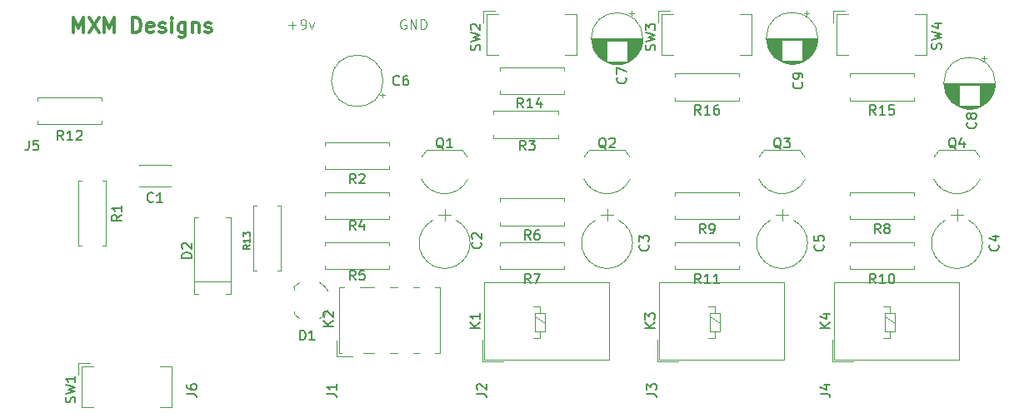
<source format=gbr>
G04 #@! TF.GenerationSoftware,KiCad,Pcbnew,(5.0.1-3-g963ef8bb5)*
G04 #@! TF.CreationDate,2019-03-03T19:22:14-08:00*
G04 #@! TF.ProjectId,Multi-out-Buffer,4D756C74692D6F75742D427566666572,rev?*
G04 #@! TF.SameCoordinates,Original*
G04 #@! TF.FileFunction,Legend,Top*
G04 #@! TF.FilePolarity,Positive*
%FSLAX46Y46*%
G04 Gerber Fmt 4.6, Leading zero omitted, Abs format (unit mm)*
G04 Created by KiCad (PCBNEW (5.0.1-3-g963ef8bb5)) date Sunday, March 03, 2019 at 07:22:14 PM*
%MOMM*%
%LPD*%
G01*
G04 APERTURE LIST*
%ADD10C,0.300000*%
%ADD11C,0.100000*%
%ADD12C,0.120000*%
%ADD13C,0.150000*%
G04 APERTURE END LIST*
D10*
X133751714Y-104310571D02*
X133751714Y-102810571D01*
X134251714Y-103882000D01*
X134751714Y-102810571D01*
X134751714Y-104310571D01*
X135323142Y-102810571D02*
X136323142Y-104310571D01*
X136323142Y-102810571D02*
X135323142Y-104310571D01*
X136894571Y-104310571D02*
X136894571Y-102810571D01*
X137394571Y-103882000D01*
X137894571Y-102810571D01*
X137894571Y-104310571D01*
X139751714Y-104310571D02*
X139751714Y-102810571D01*
X140108857Y-102810571D01*
X140323142Y-102882000D01*
X140466000Y-103024857D01*
X140537428Y-103167714D01*
X140608857Y-103453428D01*
X140608857Y-103667714D01*
X140537428Y-103953428D01*
X140466000Y-104096285D01*
X140323142Y-104239142D01*
X140108857Y-104310571D01*
X139751714Y-104310571D01*
X141823142Y-104239142D02*
X141680285Y-104310571D01*
X141394571Y-104310571D01*
X141251714Y-104239142D01*
X141180285Y-104096285D01*
X141180285Y-103524857D01*
X141251714Y-103382000D01*
X141394571Y-103310571D01*
X141680285Y-103310571D01*
X141823142Y-103382000D01*
X141894571Y-103524857D01*
X141894571Y-103667714D01*
X141180285Y-103810571D01*
X142466000Y-104239142D02*
X142608857Y-104310571D01*
X142894571Y-104310571D01*
X143037428Y-104239142D01*
X143108857Y-104096285D01*
X143108857Y-104024857D01*
X143037428Y-103882000D01*
X142894571Y-103810571D01*
X142680285Y-103810571D01*
X142537428Y-103739142D01*
X142466000Y-103596285D01*
X142466000Y-103524857D01*
X142537428Y-103382000D01*
X142680285Y-103310571D01*
X142894571Y-103310571D01*
X143037428Y-103382000D01*
X143751714Y-104310571D02*
X143751714Y-103310571D01*
X143751714Y-102810571D02*
X143680285Y-102882000D01*
X143751714Y-102953428D01*
X143823142Y-102882000D01*
X143751714Y-102810571D01*
X143751714Y-102953428D01*
X145108857Y-103310571D02*
X145108857Y-104524857D01*
X145037428Y-104667714D01*
X144966000Y-104739142D01*
X144823142Y-104810571D01*
X144608857Y-104810571D01*
X144466000Y-104739142D01*
X145108857Y-104239142D02*
X144966000Y-104310571D01*
X144680285Y-104310571D01*
X144537428Y-104239142D01*
X144466000Y-104167714D01*
X144394571Y-104024857D01*
X144394571Y-103596285D01*
X144466000Y-103453428D01*
X144537428Y-103382000D01*
X144680285Y-103310571D01*
X144966000Y-103310571D01*
X145108857Y-103382000D01*
X145823142Y-103310571D02*
X145823142Y-104310571D01*
X145823142Y-103453428D02*
X145894571Y-103382000D01*
X146037428Y-103310571D01*
X146251714Y-103310571D01*
X146394571Y-103382000D01*
X146466000Y-103524857D01*
X146466000Y-104310571D01*
X147108857Y-104239142D02*
X147251714Y-104310571D01*
X147537428Y-104310571D01*
X147680285Y-104239142D01*
X147751714Y-104096285D01*
X147751714Y-104024857D01*
X147680285Y-103882000D01*
X147537428Y-103810571D01*
X147323142Y-103810571D01*
X147180285Y-103739142D01*
X147108857Y-103596285D01*
X147108857Y-103524857D01*
X147180285Y-103382000D01*
X147323142Y-103310571D01*
X147537428Y-103310571D01*
X147680285Y-103382000D01*
D11*
X155606904Y-103576428D02*
X156368809Y-103576428D01*
X155987857Y-103957380D02*
X155987857Y-103195476D01*
X156892619Y-103957380D02*
X157083095Y-103957380D01*
X157178333Y-103909761D01*
X157225952Y-103862142D01*
X157321190Y-103719285D01*
X157368809Y-103528809D01*
X157368809Y-103147857D01*
X157321190Y-103052619D01*
X157273571Y-103005000D01*
X157178333Y-102957380D01*
X156987857Y-102957380D01*
X156892619Y-103005000D01*
X156845000Y-103052619D01*
X156797380Y-103147857D01*
X156797380Y-103385952D01*
X156845000Y-103481190D01*
X156892619Y-103528809D01*
X156987857Y-103576428D01*
X157178333Y-103576428D01*
X157273571Y-103528809D01*
X157321190Y-103481190D01*
X157368809Y-103385952D01*
X157702142Y-103290714D02*
X157940238Y-103957380D01*
X158178333Y-103290714D01*
X167513095Y-103005000D02*
X167417857Y-102957380D01*
X167275000Y-102957380D01*
X167132142Y-103005000D01*
X167036904Y-103100238D01*
X166989285Y-103195476D01*
X166941666Y-103385952D01*
X166941666Y-103528809D01*
X166989285Y-103719285D01*
X167036904Y-103814523D01*
X167132142Y-103909761D01*
X167275000Y-103957380D01*
X167370238Y-103957380D01*
X167513095Y-103909761D01*
X167560714Y-103862142D01*
X167560714Y-103528809D01*
X167370238Y-103528809D01*
X167989285Y-103957380D02*
X167989285Y-102957380D01*
X168560714Y-103957380D01*
X168560714Y-102957380D01*
X169036904Y-103957380D02*
X169036904Y-102957380D01*
X169275000Y-102957380D01*
X169417857Y-103005000D01*
X169513095Y-103100238D01*
X169560714Y-103195476D01*
X169608333Y-103385952D01*
X169608333Y-103528809D01*
X169560714Y-103719285D01*
X169513095Y-103814523D01*
X169417857Y-103909761D01*
X169275000Y-103957380D01*
X169036904Y-103957380D01*
D12*
G04 #@! TO.C,Q1*
X169125816Y-116987205D02*
G75*
G02X169650000Y-116260000I2324184J-1122795D01*
G01*
X169093600Y-119208807D02*
G75*
G03X171450000Y-120710000I2356400J1098807D01*
G01*
X173806400Y-119208807D02*
G75*
G02X171450000Y-120710000I-2356400J1098807D01*
G01*
X173774184Y-116987205D02*
G75*
G03X173250000Y-116260000I-2324184J-1122795D01*
G01*
X173250000Y-116260000D02*
X169650000Y-116260000D01*
G04 #@! TO.C,SW2*
X175400000Y-102120000D02*
X175400000Y-103320000D01*
X176600000Y-102120000D02*
X175400000Y-102120000D01*
X184900000Y-106620000D02*
X183700000Y-106620000D01*
X184900000Y-102420000D02*
X184900000Y-106620000D01*
X183700000Y-102420000D02*
X184900000Y-102420000D01*
X175700000Y-106620000D02*
X176900000Y-106620000D01*
X175700000Y-102420000D02*
X175700000Y-106620000D01*
X176900000Y-102420000D02*
X175700000Y-102420000D01*
G04 #@! TO.C,Q3*
X203415816Y-116987205D02*
G75*
G02X203940000Y-116260000I2324184J-1122795D01*
G01*
X203383600Y-119208807D02*
G75*
G03X205740000Y-120710000I2356400J1098807D01*
G01*
X208096400Y-119208807D02*
G75*
G02X205740000Y-120710000I-2356400J1098807D01*
G01*
X208064184Y-116987205D02*
G75*
G03X207540000Y-116260000I-2324184J-1122795D01*
G01*
X207540000Y-116260000D02*
X203940000Y-116260000D01*
G04 #@! TO.C,Q4*
X225320000Y-116260000D02*
X221720000Y-116260000D01*
X225844184Y-116987205D02*
G75*
G03X225320000Y-116260000I-2324184J-1122795D01*
G01*
X225876400Y-119208807D02*
G75*
G02X223520000Y-120710000I-2356400J1098807D01*
G01*
X221163600Y-119208807D02*
G75*
G03X223520000Y-120710000I2356400J1098807D01*
G01*
X221195816Y-116987205D02*
G75*
G02X221720000Y-116260000I2324184J-1122795D01*
G01*
G04 #@! TO.C,Q2*
X189760000Y-116260000D02*
X186160000Y-116260000D01*
X190284184Y-116987205D02*
G75*
G03X189760000Y-116260000I-2324184J-1122795D01*
G01*
X190316400Y-119208807D02*
G75*
G02X187960000Y-120710000I-2356400J1098807D01*
G01*
X185603600Y-119208807D02*
G75*
G03X187960000Y-120710000I2356400J1098807D01*
G01*
X185635816Y-116987205D02*
G75*
G02X186160000Y-116260000I2324184J-1122795D01*
G01*
G04 #@! TO.C,SW1*
X135752000Y-138234000D02*
X134552000Y-138234000D01*
X134552000Y-138234000D02*
X134552000Y-142434000D01*
X134552000Y-142434000D02*
X135752000Y-142434000D01*
X142552000Y-138234000D02*
X143752000Y-138234000D01*
X143752000Y-138234000D02*
X143752000Y-142434000D01*
X143752000Y-142434000D02*
X142552000Y-142434000D01*
X135452000Y-137934000D02*
X134252000Y-137934000D01*
X134252000Y-137934000D02*
X134252000Y-139134000D01*
G04 #@! TO.C,D2*
X145968000Y-129660000D02*
X149688000Y-129660000D01*
X149688000Y-123140000D02*
X149208000Y-123140000D01*
X149688000Y-130860000D02*
X149688000Y-123140000D01*
X149208000Y-130860000D02*
X149688000Y-130860000D01*
X145968000Y-123140000D02*
X146448000Y-123140000D01*
X145968000Y-130860000D02*
X145968000Y-123140000D01*
X146448000Y-130860000D02*
X145968000Y-130860000D01*
G04 #@! TO.C,C2*
X172100000Y-122860000D02*
X170800000Y-122860000D01*
X171450000Y-122260000D02*
X171450000Y-123460000D01*
X170270277Y-128015722D02*
G75*
G03X172630000Y-128015580I1179723J2305722D01*
G01*
X170270277Y-128015722D02*
G75*
G02X170270000Y-123404420I1179723J2305722D01*
G01*
X172629723Y-128015722D02*
G75*
G03X172630000Y-123404420I-1179723J2305722D01*
G01*
G04 #@! TO.C,C3*
X189139723Y-128015722D02*
G75*
G03X189140000Y-123404420I-1179723J2305722D01*
G01*
X186780277Y-128015722D02*
G75*
G02X186780000Y-123404420I1179723J2305722D01*
G01*
X186780277Y-128015722D02*
G75*
G03X189140000Y-128015580I1179723J2305722D01*
G01*
X187960000Y-122260000D02*
X187960000Y-123460000D01*
X188610000Y-122860000D02*
X187310000Y-122860000D01*
G04 #@! TO.C,C4*
X224170000Y-122860000D02*
X222870000Y-122860000D01*
X223520000Y-122260000D02*
X223520000Y-123460000D01*
X222340277Y-128015722D02*
G75*
G03X224700000Y-128015580I1179723J2305722D01*
G01*
X222340277Y-128015722D02*
G75*
G02X222340000Y-123404420I1179723J2305722D01*
G01*
X224699723Y-128015722D02*
G75*
G03X224700000Y-123404420I-1179723J2305722D01*
G01*
G04 #@! TO.C,C5*
X206390000Y-122860000D02*
X205090000Y-122860000D01*
X205740000Y-122260000D02*
X205740000Y-123460000D01*
X204560277Y-128015722D02*
G75*
G03X206920000Y-128015580I1179723J2305722D01*
G01*
X204560277Y-128015722D02*
G75*
G02X204560000Y-123404420I1179723J2305722D01*
G01*
X206919723Y-128015722D02*
G75*
G03X206920000Y-123404420I-1179723J2305722D01*
G01*
G04 #@! TO.C,R1*
X134266000Y-125952000D02*
X134596000Y-125952000D01*
X134266000Y-119412000D02*
X134266000Y-125952000D01*
X134596000Y-119412000D02*
X134266000Y-119412000D01*
X137006000Y-125952000D02*
X136676000Y-125952000D01*
X137006000Y-119412000D02*
X137006000Y-125952000D01*
X136676000Y-119412000D02*
X137006000Y-119412000D01*
G04 #@! TO.C,R3*
X176435000Y-112625000D02*
X176435000Y-112295000D01*
X176435000Y-112295000D02*
X182975000Y-112295000D01*
X182975000Y-112295000D02*
X182975000Y-112625000D01*
X176435000Y-114705000D02*
X176435000Y-115035000D01*
X176435000Y-115035000D02*
X182975000Y-115035000D01*
X182975000Y-115035000D02*
X182975000Y-114705000D01*
G04 #@! TO.C,R4*
X159290000Y-120550000D02*
X159290000Y-120880000D01*
X165830000Y-120550000D02*
X159290000Y-120550000D01*
X165830000Y-120880000D02*
X165830000Y-120550000D01*
X159290000Y-123290000D02*
X159290000Y-122960000D01*
X165830000Y-123290000D02*
X159290000Y-123290000D01*
X165830000Y-122960000D02*
X165830000Y-123290000D01*
G04 #@! TO.C,R5*
X165830000Y-128040000D02*
X165830000Y-128370000D01*
X165830000Y-128370000D02*
X159290000Y-128370000D01*
X159290000Y-128370000D02*
X159290000Y-128040000D01*
X165830000Y-125960000D02*
X165830000Y-125630000D01*
X165830000Y-125630000D02*
X159290000Y-125630000D01*
X159290000Y-125630000D02*
X159290000Y-125960000D01*
G04 #@! TO.C,R6*
X183610000Y-123595000D02*
X183610000Y-123925000D01*
X183610000Y-123925000D02*
X177070000Y-123925000D01*
X177070000Y-123925000D02*
X177070000Y-123595000D01*
X183610000Y-121515000D02*
X183610000Y-121185000D01*
X183610000Y-121185000D02*
X177070000Y-121185000D01*
X177070000Y-121185000D02*
X177070000Y-121515000D01*
G04 #@! TO.C,R7*
X177070000Y-125630000D02*
X177070000Y-125960000D01*
X183610000Y-125630000D02*
X177070000Y-125630000D01*
X183610000Y-125960000D02*
X183610000Y-125630000D01*
X177070000Y-128370000D02*
X177070000Y-128040000D01*
X183610000Y-128370000D02*
X177070000Y-128370000D01*
X183610000Y-128040000D02*
X183610000Y-128370000D01*
G04 #@! TO.C,R8*
X212630000Y-120550000D02*
X212630000Y-120880000D01*
X219170000Y-120550000D02*
X212630000Y-120550000D01*
X219170000Y-120880000D02*
X219170000Y-120550000D01*
X212630000Y-123290000D02*
X212630000Y-122960000D01*
X219170000Y-123290000D02*
X212630000Y-123290000D01*
X219170000Y-122960000D02*
X219170000Y-123290000D01*
G04 #@! TO.C,R9*
X194850000Y-120550000D02*
X194850000Y-120880000D01*
X201390000Y-120550000D02*
X194850000Y-120550000D01*
X201390000Y-120880000D02*
X201390000Y-120550000D01*
X194850000Y-123290000D02*
X194850000Y-122960000D01*
X201390000Y-123290000D02*
X194850000Y-123290000D01*
X201390000Y-122960000D02*
X201390000Y-123290000D01*
G04 #@! TO.C,R10*
X219170000Y-128040000D02*
X219170000Y-128370000D01*
X219170000Y-128370000D02*
X212630000Y-128370000D01*
X212630000Y-128370000D02*
X212630000Y-128040000D01*
X219170000Y-125960000D02*
X219170000Y-125630000D01*
X219170000Y-125630000D02*
X212630000Y-125630000D01*
X212630000Y-125630000D02*
X212630000Y-125960000D01*
G04 #@! TO.C,R11*
X201390000Y-128040000D02*
X201390000Y-128370000D01*
X201390000Y-128370000D02*
X194850000Y-128370000D01*
X194850000Y-128370000D02*
X194850000Y-128040000D01*
X201390000Y-125960000D02*
X201390000Y-125630000D01*
X201390000Y-125630000D02*
X194850000Y-125630000D01*
X194850000Y-125630000D02*
X194850000Y-125960000D01*
G04 #@! TO.C,R12*
X136620000Y-113308000D02*
X136620000Y-113638000D01*
X136620000Y-113638000D02*
X130080000Y-113638000D01*
X130080000Y-113638000D02*
X130080000Y-113308000D01*
X136620000Y-111228000D02*
X136620000Y-110898000D01*
X136620000Y-110898000D02*
X130080000Y-110898000D01*
X130080000Y-110898000D02*
X130080000Y-111228000D01*
G04 #@! TO.C,R13*
X152046000Y-128492000D02*
X152376000Y-128492000D01*
X152046000Y-121952000D02*
X152046000Y-128492000D01*
X152376000Y-121952000D02*
X152046000Y-121952000D01*
X154786000Y-128492000D02*
X154456000Y-128492000D01*
X154786000Y-121952000D02*
X154786000Y-128492000D01*
X154456000Y-121952000D02*
X154786000Y-121952000D01*
G04 #@! TO.C,R2*
X165830000Y-117880000D02*
X165830000Y-118210000D01*
X165830000Y-118210000D02*
X159290000Y-118210000D01*
X159290000Y-118210000D02*
X159290000Y-117880000D01*
X165830000Y-115800000D02*
X165830000Y-115470000D01*
X165830000Y-115470000D02*
X159290000Y-115470000D01*
X159290000Y-115470000D02*
X159290000Y-115800000D01*
G04 #@! TO.C,C6*
X165134775Y-110945000D02*
X165134775Y-110445000D01*
X165384775Y-110695000D02*
X164884775Y-110695000D01*
X165200000Y-109220000D02*
G75*
G03X165200000Y-109220000I-2620000J0D01*
G01*
G04 #@! TO.C,R14*
X183610000Y-110260000D02*
X183610000Y-110590000D01*
X183610000Y-110590000D02*
X177070000Y-110590000D01*
X177070000Y-110590000D02*
X177070000Y-110260000D01*
X183610000Y-108180000D02*
X183610000Y-107850000D01*
X183610000Y-107850000D02*
X177070000Y-107850000D01*
X177070000Y-107850000D02*
X177070000Y-108180000D01*
G04 #@! TO.C,R15*
X212630000Y-108485000D02*
X212630000Y-108815000D01*
X219170000Y-108485000D02*
X212630000Y-108485000D01*
X219170000Y-108815000D02*
X219170000Y-108485000D01*
X212630000Y-111225000D02*
X212630000Y-110895000D01*
X219170000Y-111225000D02*
X212630000Y-111225000D01*
X219170000Y-110895000D02*
X219170000Y-111225000D01*
G04 #@! TO.C,R16*
X201390000Y-110895000D02*
X201390000Y-111225000D01*
X201390000Y-111225000D02*
X194850000Y-111225000D01*
X194850000Y-111225000D02*
X194850000Y-110895000D01*
X201390000Y-108815000D02*
X201390000Y-108485000D01*
X201390000Y-108485000D02*
X194850000Y-108485000D01*
X194850000Y-108485000D02*
X194850000Y-108815000D01*
G04 #@! TO.C,SW3*
X193180000Y-102120000D02*
X193180000Y-103320000D01*
X194380000Y-102120000D02*
X193180000Y-102120000D01*
X202680000Y-106620000D02*
X201480000Y-106620000D01*
X202680000Y-102420000D02*
X202680000Y-106620000D01*
X201480000Y-102420000D02*
X202680000Y-102420000D01*
X193480000Y-106620000D02*
X194680000Y-106620000D01*
X193480000Y-102420000D02*
X193480000Y-106620000D01*
X194680000Y-102420000D02*
X193480000Y-102420000D01*
G04 #@! TO.C,SW4*
X212460000Y-102420000D02*
X211260000Y-102420000D01*
X211260000Y-102420000D02*
X211260000Y-106620000D01*
X211260000Y-106620000D02*
X212460000Y-106620000D01*
X219260000Y-102420000D02*
X220460000Y-102420000D01*
X220460000Y-102420000D02*
X220460000Y-106620000D01*
X220460000Y-106620000D02*
X219260000Y-106620000D01*
X212160000Y-102120000D02*
X210960000Y-102120000D01*
X210960000Y-102120000D02*
X210960000Y-103320000D01*
G04 #@! TO.C,C1*
X143626000Y-119992000D02*
X140386000Y-119992000D01*
X143626000Y-117752000D02*
X140386000Y-117752000D01*
X143626000Y-119992000D02*
X143626000Y-119927000D01*
X143626000Y-117817000D02*
X143626000Y-117752000D01*
X140386000Y-119992000D02*
X140386000Y-119927000D01*
X140386000Y-117817000D02*
X140386000Y-117752000D01*
G04 #@! TO.C,K2*
X160472000Y-137244000D02*
X160472000Y-135644000D01*
X162072000Y-137244000D02*
X160472000Y-137244000D01*
X160772000Y-136944000D02*
X160972000Y-136944000D01*
X164272000Y-136944000D02*
X163172000Y-136944000D01*
X166672000Y-136944000D02*
X165872000Y-136944000D01*
X168872000Y-136944000D02*
X168272000Y-136944000D01*
X170972000Y-136944000D02*
X170472000Y-136944000D01*
X170972000Y-130244000D02*
X170972000Y-136944000D01*
X170472000Y-130244000D02*
X170972000Y-130244000D01*
X168272000Y-130244000D02*
X168872000Y-130244000D01*
X165872000Y-130244000D02*
X166672000Y-130244000D01*
X162872000Y-130244000D02*
X164272000Y-130244000D01*
X160772000Y-130244000D02*
X161272000Y-130244000D01*
X160772000Y-136944000D02*
X160772000Y-130244000D01*
G04 #@! TO.C,C7*
X191596000Y-104922000D02*
G75*
G03X191596000Y-104922000I-2620000J0D01*
G01*
X191556000Y-104922000D02*
X186396000Y-104922000D01*
X191556000Y-104962000D02*
X186396000Y-104962000D01*
X191555000Y-105002000D02*
X186397000Y-105002000D01*
X191554000Y-105042000D02*
X186398000Y-105042000D01*
X191552000Y-105082000D02*
X186400000Y-105082000D01*
X191549000Y-105122000D02*
X186403000Y-105122000D01*
X191545000Y-105162000D02*
X190016000Y-105162000D01*
X187936000Y-105162000D02*
X186407000Y-105162000D01*
X191541000Y-105202000D02*
X190016000Y-105202000D01*
X187936000Y-105202000D02*
X186411000Y-105202000D01*
X191537000Y-105242000D02*
X190016000Y-105242000D01*
X187936000Y-105242000D02*
X186415000Y-105242000D01*
X191532000Y-105282000D02*
X190016000Y-105282000D01*
X187936000Y-105282000D02*
X186420000Y-105282000D01*
X191526000Y-105322000D02*
X190016000Y-105322000D01*
X187936000Y-105322000D02*
X186426000Y-105322000D01*
X191519000Y-105362000D02*
X190016000Y-105362000D01*
X187936000Y-105362000D02*
X186433000Y-105362000D01*
X191512000Y-105402000D02*
X190016000Y-105402000D01*
X187936000Y-105402000D02*
X186440000Y-105402000D01*
X191504000Y-105442000D02*
X190016000Y-105442000D01*
X187936000Y-105442000D02*
X186448000Y-105442000D01*
X191496000Y-105482000D02*
X190016000Y-105482000D01*
X187936000Y-105482000D02*
X186456000Y-105482000D01*
X191487000Y-105522000D02*
X190016000Y-105522000D01*
X187936000Y-105522000D02*
X186465000Y-105522000D01*
X191477000Y-105562000D02*
X190016000Y-105562000D01*
X187936000Y-105562000D02*
X186475000Y-105562000D01*
X191467000Y-105602000D02*
X190016000Y-105602000D01*
X187936000Y-105602000D02*
X186485000Y-105602000D01*
X191456000Y-105643000D02*
X190016000Y-105643000D01*
X187936000Y-105643000D02*
X186496000Y-105643000D01*
X191444000Y-105683000D02*
X190016000Y-105683000D01*
X187936000Y-105683000D02*
X186508000Y-105683000D01*
X191431000Y-105723000D02*
X190016000Y-105723000D01*
X187936000Y-105723000D02*
X186521000Y-105723000D01*
X191418000Y-105763000D02*
X190016000Y-105763000D01*
X187936000Y-105763000D02*
X186534000Y-105763000D01*
X191404000Y-105803000D02*
X190016000Y-105803000D01*
X187936000Y-105803000D02*
X186548000Y-105803000D01*
X191390000Y-105843000D02*
X190016000Y-105843000D01*
X187936000Y-105843000D02*
X186562000Y-105843000D01*
X191374000Y-105883000D02*
X190016000Y-105883000D01*
X187936000Y-105883000D02*
X186578000Y-105883000D01*
X191358000Y-105923000D02*
X190016000Y-105923000D01*
X187936000Y-105923000D02*
X186594000Y-105923000D01*
X191341000Y-105963000D02*
X190016000Y-105963000D01*
X187936000Y-105963000D02*
X186611000Y-105963000D01*
X191324000Y-106003000D02*
X190016000Y-106003000D01*
X187936000Y-106003000D02*
X186628000Y-106003000D01*
X191305000Y-106043000D02*
X190016000Y-106043000D01*
X187936000Y-106043000D02*
X186647000Y-106043000D01*
X191286000Y-106083000D02*
X190016000Y-106083000D01*
X187936000Y-106083000D02*
X186666000Y-106083000D01*
X191266000Y-106123000D02*
X190016000Y-106123000D01*
X187936000Y-106123000D02*
X186686000Y-106123000D01*
X191244000Y-106163000D02*
X190016000Y-106163000D01*
X187936000Y-106163000D02*
X186708000Y-106163000D01*
X191223000Y-106203000D02*
X190016000Y-106203000D01*
X187936000Y-106203000D02*
X186729000Y-106203000D01*
X191200000Y-106243000D02*
X190016000Y-106243000D01*
X187936000Y-106243000D02*
X186752000Y-106243000D01*
X191176000Y-106283000D02*
X190016000Y-106283000D01*
X187936000Y-106283000D02*
X186776000Y-106283000D01*
X191151000Y-106323000D02*
X190016000Y-106323000D01*
X187936000Y-106323000D02*
X186801000Y-106323000D01*
X191125000Y-106363000D02*
X190016000Y-106363000D01*
X187936000Y-106363000D02*
X186827000Y-106363000D01*
X191098000Y-106403000D02*
X190016000Y-106403000D01*
X187936000Y-106403000D02*
X186854000Y-106403000D01*
X191071000Y-106443000D02*
X190016000Y-106443000D01*
X187936000Y-106443000D02*
X186881000Y-106443000D01*
X191041000Y-106483000D02*
X190016000Y-106483000D01*
X187936000Y-106483000D02*
X186911000Y-106483000D01*
X191011000Y-106523000D02*
X190016000Y-106523000D01*
X187936000Y-106523000D02*
X186941000Y-106523000D01*
X190980000Y-106563000D02*
X190016000Y-106563000D01*
X187936000Y-106563000D02*
X186972000Y-106563000D01*
X190947000Y-106603000D02*
X190016000Y-106603000D01*
X187936000Y-106603000D02*
X187005000Y-106603000D01*
X190913000Y-106643000D02*
X190016000Y-106643000D01*
X187936000Y-106643000D02*
X187039000Y-106643000D01*
X190877000Y-106683000D02*
X190016000Y-106683000D01*
X187936000Y-106683000D02*
X187075000Y-106683000D01*
X190840000Y-106723000D02*
X190016000Y-106723000D01*
X187936000Y-106723000D02*
X187112000Y-106723000D01*
X190802000Y-106763000D02*
X190016000Y-106763000D01*
X187936000Y-106763000D02*
X187150000Y-106763000D01*
X190761000Y-106803000D02*
X190016000Y-106803000D01*
X187936000Y-106803000D02*
X187191000Y-106803000D01*
X190719000Y-106843000D02*
X190016000Y-106843000D01*
X187936000Y-106843000D02*
X187233000Y-106843000D01*
X190675000Y-106883000D02*
X190016000Y-106883000D01*
X187936000Y-106883000D02*
X187277000Y-106883000D01*
X190629000Y-106923000D02*
X190016000Y-106923000D01*
X187936000Y-106923000D02*
X187323000Y-106923000D01*
X190581000Y-106963000D02*
X190016000Y-106963000D01*
X187936000Y-106963000D02*
X187371000Y-106963000D01*
X190530000Y-107003000D02*
X190016000Y-107003000D01*
X187936000Y-107003000D02*
X187422000Y-107003000D01*
X190476000Y-107043000D02*
X190016000Y-107043000D01*
X187936000Y-107043000D02*
X187476000Y-107043000D01*
X190419000Y-107083000D02*
X190016000Y-107083000D01*
X187936000Y-107083000D02*
X187533000Y-107083000D01*
X190359000Y-107123000D02*
X190016000Y-107123000D01*
X187936000Y-107123000D02*
X187593000Y-107123000D01*
X190295000Y-107163000D02*
X190016000Y-107163000D01*
X187936000Y-107163000D02*
X187657000Y-107163000D01*
X190227000Y-107203000D02*
X190016000Y-107203000D01*
X187936000Y-107203000D02*
X187725000Y-107203000D01*
X190154000Y-107243000D02*
X187798000Y-107243000D01*
X190074000Y-107283000D02*
X187878000Y-107283000D01*
X189987000Y-107323000D02*
X187965000Y-107323000D01*
X189891000Y-107363000D02*
X188061000Y-107363000D01*
X189781000Y-107403000D02*
X188171000Y-107403000D01*
X189653000Y-107443000D02*
X188299000Y-107443000D01*
X189494000Y-107483000D02*
X188458000Y-107483000D01*
X189260000Y-107523000D02*
X188692000Y-107523000D01*
X190451000Y-102117225D02*
X190451000Y-102617225D01*
X190701000Y-102367225D02*
X190201000Y-102367225D01*
G04 #@! TO.C,C8*
X227410000Y-109454000D02*
G75*
G03X227410000Y-109454000I-2620000J0D01*
G01*
X227370000Y-109454000D02*
X222210000Y-109454000D01*
X227370000Y-109494000D02*
X222210000Y-109494000D01*
X227369000Y-109534000D02*
X222211000Y-109534000D01*
X227368000Y-109574000D02*
X222212000Y-109574000D01*
X227366000Y-109614000D02*
X222214000Y-109614000D01*
X227363000Y-109654000D02*
X222217000Y-109654000D01*
X227359000Y-109694000D02*
X225830000Y-109694000D01*
X223750000Y-109694000D02*
X222221000Y-109694000D01*
X227355000Y-109734000D02*
X225830000Y-109734000D01*
X223750000Y-109734000D02*
X222225000Y-109734000D01*
X227351000Y-109774000D02*
X225830000Y-109774000D01*
X223750000Y-109774000D02*
X222229000Y-109774000D01*
X227346000Y-109814000D02*
X225830000Y-109814000D01*
X223750000Y-109814000D02*
X222234000Y-109814000D01*
X227340000Y-109854000D02*
X225830000Y-109854000D01*
X223750000Y-109854000D02*
X222240000Y-109854000D01*
X227333000Y-109894000D02*
X225830000Y-109894000D01*
X223750000Y-109894000D02*
X222247000Y-109894000D01*
X227326000Y-109934000D02*
X225830000Y-109934000D01*
X223750000Y-109934000D02*
X222254000Y-109934000D01*
X227318000Y-109974000D02*
X225830000Y-109974000D01*
X223750000Y-109974000D02*
X222262000Y-109974000D01*
X227310000Y-110014000D02*
X225830000Y-110014000D01*
X223750000Y-110014000D02*
X222270000Y-110014000D01*
X227301000Y-110054000D02*
X225830000Y-110054000D01*
X223750000Y-110054000D02*
X222279000Y-110054000D01*
X227291000Y-110094000D02*
X225830000Y-110094000D01*
X223750000Y-110094000D02*
X222289000Y-110094000D01*
X227281000Y-110134000D02*
X225830000Y-110134000D01*
X223750000Y-110134000D02*
X222299000Y-110134000D01*
X227270000Y-110175000D02*
X225830000Y-110175000D01*
X223750000Y-110175000D02*
X222310000Y-110175000D01*
X227258000Y-110215000D02*
X225830000Y-110215000D01*
X223750000Y-110215000D02*
X222322000Y-110215000D01*
X227245000Y-110255000D02*
X225830000Y-110255000D01*
X223750000Y-110255000D02*
X222335000Y-110255000D01*
X227232000Y-110295000D02*
X225830000Y-110295000D01*
X223750000Y-110295000D02*
X222348000Y-110295000D01*
X227218000Y-110335000D02*
X225830000Y-110335000D01*
X223750000Y-110335000D02*
X222362000Y-110335000D01*
X227204000Y-110375000D02*
X225830000Y-110375000D01*
X223750000Y-110375000D02*
X222376000Y-110375000D01*
X227188000Y-110415000D02*
X225830000Y-110415000D01*
X223750000Y-110415000D02*
X222392000Y-110415000D01*
X227172000Y-110455000D02*
X225830000Y-110455000D01*
X223750000Y-110455000D02*
X222408000Y-110455000D01*
X227155000Y-110495000D02*
X225830000Y-110495000D01*
X223750000Y-110495000D02*
X222425000Y-110495000D01*
X227138000Y-110535000D02*
X225830000Y-110535000D01*
X223750000Y-110535000D02*
X222442000Y-110535000D01*
X227119000Y-110575000D02*
X225830000Y-110575000D01*
X223750000Y-110575000D02*
X222461000Y-110575000D01*
X227100000Y-110615000D02*
X225830000Y-110615000D01*
X223750000Y-110615000D02*
X222480000Y-110615000D01*
X227080000Y-110655000D02*
X225830000Y-110655000D01*
X223750000Y-110655000D02*
X222500000Y-110655000D01*
X227058000Y-110695000D02*
X225830000Y-110695000D01*
X223750000Y-110695000D02*
X222522000Y-110695000D01*
X227037000Y-110735000D02*
X225830000Y-110735000D01*
X223750000Y-110735000D02*
X222543000Y-110735000D01*
X227014000Y-110775000D02*
X225830000Y-110775000D01*
X223750000Y-110775000D02*
X222566000Y-110775000D01*
X226990000Y-110815000D02*
X225830000Y-110815000D01*
X223750000Y-110815000D02*
X222590000Y-110815000D01*
X226965000Y-110855000D02*
X225830000Y-110855000D01*
X223750000Y-110855000D02*
X222615000Y-110855000D01*
X226939000Y-110895000D02*
X225830000Y-110895000D01*
X223750000Y-110895000D02*
X222641000Y-110895000D01*
X226912000Y-110935000D02*
X225830000Y-110935000D01*
X223750000Y-110935000D02*
X222668000Y-110935000D01*
X226885000Y-110975000D02*
X225830000Y-110975000D01*
X223750000Y-110975000D02*
X222695000Y-110975000D01*
X226855000Y-111015000D02*
X225830000Y-111015000D01*
X223750000Y-111015000D02*
X222725000Y-111015000D01*
X226825000Y-111055000D02*
X225830000Y-111055000D01*
X223750000Y-111055000D02*
X222755000Y-111055000D01*
X226794000Y-111095000D02*
X225830000Y-111095000D01*
X223750000Y-111095000D02*
X222786000Y-111095000D01*
X226761000Y-111135000D02*
X225830000Y-111135000D01*
X223750000Y-111135000D02*
X222819000Y-111135000D01*
X226727000Y-111175000D02*
X225830000Y-111175000D01*
X223750000Y-111175000D02*
X222853000Y-111175000D01*
X226691000Y-111215000D02*
X225830000Y-111215000D01*
X223750000Y-111215000D02*
X222889000Y-111215000D01*
X226654000Y-111255000D02*
X225830000Y-111255000D01*
X223750000Y-111255000D02*
X222926000Y-111255000D01*
X226616000Y-111295000D02*
X225830000Y-111295000D01*
X223750000Y-111295000D02*
X222964000Y-111295000D01*
X226575000Y-111335000D02*
X225830000Y-111335000D01*
X223750000Y-111335000D02*
X223005000Y-111335000D01*
X226533000Y-111375000D02*
X225830000Y-111375000D01*
X223750000Y-111375000D02*
X223047000Y-111375000D01*
X226489000Y-111415000D02*
X225830000Y-111415000D01*
X223750000Y-111415000D02*
X223091000Y-111415000D01*
X226443000Y-111455000D02*
X225830000Y-111455000D01*
X223750000Y-111455000D02*
X223137000Y-111455000D01*
X226395000Y-111495000D02*
X225830000Y-111495000D01*
X223750000Y-111495000D02*
X223185000Y-111495000D01*
X226344000Y-111535000D02*
X225830000Y-111535000D01*
X223750000Y-111535000D02*
X223236000Y-111535000D01*
X226290000Y-111575000D02*
X225830000Y-111575000D01*
X223750000Y-111575000D02*
X223290000Y-111575000D01*
X226233000Y-111615000D02*
X225830000Y-111615000D01*
X223750000Y-111615000D02*
X223347000Y-111615000D01*
X226173000Y-111655000D02*
X225830000Y-111655000D01*
X223750000Y-111655000D02*
X223407000Y-111655000D01*
X226109000Y-111695000D02*
X225830000Y-111695000D01*
X223750000Y-111695000D02*
X223471000Y-111695000D01*
X226041000Y-111735000D02*
X225830000Y-111735000D01*
X223750000Y-111735000D02*
X223539000Y-111735000D01*
X225968000Y-111775000D02*
X223612000Y-111775000D01*
X225888000Y-111815000D02*
X223692000Y-111815000D01*
X225801000Y-111855000D02*
X223779000Y-111855000D01*
X225705000Y-111895000D02*
X223875000Y-111895000D01*
X225595000Y-111935000D02*
X223985000Y-111935000D01*
X225467000Y-111975000D02*
X224113000Y-111975000D01*
X225308000Y-112015000D02*
X224272000Y-112015000D01*
X225074000Y-112055000D02*
X224506000Y-112055000D01*
X226265000Y-106649225D02*
X226265000Y-107149225D01*
X226515000Y-106899225D02*
X226015000Y-106899225D01*
G04 #@! TO.C,C9*
X208481000Y-102327225D02*
X207981000Y-102327225D01*
X208231000Y-102077225D02*
X208231000Y-102577225D01*
X207040000Y-107483000D02*
X206472000Y-107483000D01*
X207274000Y-107443000D02*
X206238000Y-107443000D01*
X207433000Y-107403000D02*
X206079000Y-107403000D01*
X207561000Y-107363000D02*
X205951000Y-107363000D01*
X207671000Y-107323000D02*
X205841000Y-107323000D01*
X207767000Y-107283000D02*
X205745000Y-107283000D01*
X207854000Y-107243000D02*
X205658000Y-107243000D01*
X207934000Y-107203000D02*
X205578000Y-107203000D01*
X205716000Y-107163000D02*
X205505000Y-107163000D01*
X208007000Y-107163000D02*
X207796000Y-107163000D01*
X205716000Y-107123000D02*
X205437000Y-107123000D01*
X208075000Y-107123000D02*
X207796000Y-107123000D01*
X205716000Y-107083000D02*
X205373000Y-107083000D01*
X208139000Y-107083000D02*
X207796000Y-107083000D01*
X205716000Y-107043000D02*
X205313000Y-107043000D01*
X208199000Y-107043000D02*
X207796000Y-107043000D01*
X205716000Y-107003000D02*
X205256000Y-107003000D01*
X208256000Y-107003000D02*
X207796000Y-107003000D01*
X205716000Y-106963000D02*
X205202000Y-106963000D01*
X208310000Y-106963000D02*
X207796000Y-106963000D01*
X205716000Y-106923000D02*
X205151000Y-106923000D01*
X208361000Y-106923000D02*
X207796000Y-106923000D01*
X205716000Y-106883000D02*
X205103000Y-106883000D01*
X208409000Y-106883000D02*
X207796000Y-106883000D01*
X205716000Y-106843000D02*
X205057000Y-106843000D01*
X208455000Y-106843000D02*
X207796000Y-106843000D01*
X205716000Y-106803000D02*
X205013000Y-106803000D01*
X208499000Y-106803000D02*
X207796000Y-106803000D01*
X205716000Y-106763000D02*
X204971000Y-106763000D01*
X208541000Y-106763000D02*
X207796000Y-106763000D01*
X205716000Y-106723000D02*
X204930000Y-106723000D01*
X208582000Y-106723000D02*
X207796000Y-106723000D01*
X205716000Y-106683000D02*
X204892000Y-106683000D01*
X208620000Y-106683000D02*
X207796000Y-106683000D01*
X205716000Y-106643000D02*
X204855000Y-106643000D01*
X208657000Y-106643000D02*
X207796000Y-106643000D01*
X205716000Y-106603000D02*
X204819000Y-106603000D01*
X208693000Y-106603000D02*
X207796000Y-106603000D01*
X205716000Y-106563000D02*
X204785000Y-106563000D01*
X208727000Y-106563000D02*
X207796000Y-106563000D01*
X205716000Y-106523000D02*
X204752000Y-106523000D01*
X208760000Y-106523000D02*
X207796000Y-106523000D01*
X205716000Y-106483000D02*
X204721000Y-106483000D01*
X208791000Y-106483000D02*
X207796000Y-106483000D01*
X205716000Y-106443000D02*
X204691000Y-106443000D01*
X208821000Y-106443000D02*
X207796000Y-106443000D01*
X205716000Y-106403000D02*
X204661000Y-106403000D01*
X208851000Y-106403000D02*
X207796000Y-106403000D01*
X205716000Y-106363000D02*
X204634000Y-106363000D01*
X208878000Y-106363000D02*
X207796000Y-106363000D01*
X205716000Y-106323000D02*
X204607000Y-106323000D01*
X208905000Y-106323000D02*
X207796000Y-106323000D01*
X205716000Y-106283000D02*
X204581000Y-106283000D01*
X208931000Y-106283000D02*
X207796000Y-106283000D01*
X205716000Y-106243000D02*
X204556000Y-106243000D01*
X208956000Y-106243000D02*
X207796000Y-106243000D01*
X205716000Y-106203000D02*
X204532000Y-106203000D01*
X208980000Y-106203000D02*
X207796000Y-106203000D01*
X205716000Y-106163000D02*
X204509000Y-106163000D01*
X209003000Y-106163000D02*
X207796000Y-106163000D01*
X205716000Y-106123000D02*
X204488000Y-106123000D01*
X209024000Y-106123000D02*
X207796000Y-106123000D01*
X205716000Y-106083000D02*
X204466000Y-106083000D01*
X209046000Y-106083000D02*
X207796000Y-106083000D01*
X205716000Y-106043000D02*
X204446000Y-106043000D01*
X209066000Y-106043000D02*
X207796000Y-106043000D01*
X205716000Y-106003000D02*
X204427000Y-106003000D01*
X209085000Y-106003000D02*
X207796000Y-106003000D01*
X205716000Y-105963000D02*
X204408000Y-105963000D01*
X209104000Y-105963000D02*
X207796000Y-105963000D01*
X205716000Y-105923000D02*
X204391000Y-105923000D01*
X209121000Y-105923000D02*
X207796000Y-105923000D01*
X205716000Y-105883000D02*
X204374000Y-105883000D01*
X209138000Y-105883000D02*
X207796000Y-105883000D01*
X205716000Y-105843000D02*
X204358000Y-105843000D01*
X209154000Y-105843000D02*
X207796000Y-105843000D01*
X205716000Y-105803000D02*
X204342000Y-105803000D01*
X209170000Y-105803000D02*
X207796000Y-105803000D01*
X205716000Y-105763000D02*
X204328000Y-105763000D01*
X209184000Y-105763000D02*
X207796000Y-105763000D01*
X205716000Y-105723000D02*
X204314000Y-105723000D01*
X209198000Y-105723000D02*
X207796000Y-105723000D01*
X205716000Y-105683000D02*
X204301000Y-105683000D01*
X209211000Y-105683000D02*
X207796000Y-105683000D01*
X205716000Y-105643000D02*
X204288000Y-105643000D01*
X209224000Y-105643000D02*
X207796000Y-105643000D01*
X205716000Y-105603000D02*
X204276000Y-105603000D01*
X209236000Y-105603000D02*
X207796000Y-105603000D01*
X205716000Y-105562000D02*
X204265000Y-105562000D01*
X209247000Y-105562000D02*
X207796000Y-105562000D01*
X205716000Y-105522000D02*
X204255000Y-105522000D01*
X209257000Y-105522000D02*
X207796000Y-105522000D01*
X205716000Y-105482000D02*
X204245000Y-105482000D01*
X209267000Y-105482000D02*
X207796000Y-105482000D01*
X205716000Y-105442000D02*
X204236000Y-105442000D01*
X209276000Y-105442000D02*
X207796000Y-105442000D01*
X205716000Y-105402000D02*
X204228000Y-105402000D01*
X209284000Y-105402000D02*
X207796000Y-105402000D01*
X205716000Y-105362000D02*
X204220000Y-105362000D01*
X209292000Y-105362000D02*
X207796000Y-105362000D01*
X205716000Y-105322000D02*
X204213000Y-105322000D01*
X209299000Y-105322000D02*
X207796000Y-105322000D01*
X205716000Y-105282000D02*
X204206000Y-105282000D01*
X209306000Y-105282000D02*
X207796000Y-105282000D01*
X205716000Y-105242000D02*
X204200000Y-105242000D01*
X209312000Y-105242000D02*
X207796000Y-105242000D01*
X205716000Y-105202000D02*
X204195000Y-105202000D01*
X209317000Y-105202000D02*
X207796000Y-105202000D01*
X205716000Y-105162000D02*
X204191000Y-105162000D01*
X209321000Y-105162000D02*
X207796000Y-105162000D01*
X205716000Y-105122000D02*
X204187000Y-105122000D01*
X209325000Y-105122000D02*
X207796000Y-105122000D01*
X209329000Y-105082000D02*
X204183000Y-105082000D01*
X209332000Y-105042000D02*
X204180000Y-105042000D01*
X209334000Y-105002000D02*
X204178000Y-105002000D01*
X209335000Y-104962000D02*
X204177000Y-104962000D01*
X209336000Y-104922000D02*
X204176000Y-104922000D01*
X209336000Y-104882000D02*
X204176000Y-104882000D01*
X209376000Y-104882000D02*
G75*
G03X209376000Y-104882000I-2620000J0D01*
G01*
G04 #@! TO.C,K1*
X175284000Y-137744000D02*
X175284000Y-135544000D01*
X177384000Y-137744000D02*
X175284000Y-137744000D01*
X188184000Y-137544000D02*
X175484000Y-137544000D01*
X188184000Y-129744000D02*
X188184000Y-137544000D01*
X175484000Y-129744000D02*
X188184000Y-129744000D01*
X175484000Y-137544000D02*
X175484000Y-129744000D01*
X180594000Y-133198000D02*
X181610000Y-133833000D01*
X180467000Y-135382000D02*
X181102000Y-135382000D01*
X181102000Y-135382000D02*
X181102000Y-134722000D01*
X180467000Y-132182000D02*
X181102000Y-132182000D01*
X181102000Y-132182000D02*
X181102000Y-132817000D01*
X180594000Y-132817000D02*
X180594000Y-134722000D01*
X180594000Y-134722000D02*
X181610000Y-134722000D01*
X181610000Y-134722000D02*
X181610000Y-132817000D01*
X180594000Y-132817000D02*
X181610000Y-132817000D01*
G04 #@! TO.C,K3*
X193064000Y-137744000D02*
X193064000Y-135544000D01*
X195164000Y-137744000D02*
X193064000Y-137744000D01*
X205964000Y-137544000D02*
X193264000Y-137544000D01*
X205964000Y-129744000D02*
X205964000Y-137544000D01*
X193264000Y-129744000D02*
X205964000Y-129744000D01*
X193264000Y-137544000D02*
X193264000Y-129744000D01*
X198374000Y-133198000D02*
X199390000Y-133833000D01*
X198247000Y-135382000D02*
X198882000Y-135382000D01*
X198882000Y-135382000D02*
X198882000Y-134722000D01*
X198247000Y-132182000D02*
X198882000Y-132182000D01*
X198882000Y-132182000D02*
X198882000Y-132817000D01*
X198374000Y-132817000D02*
X198374000Y-134722000D01*
X198374000Y-134722000D02*
X199390000Y-134722000D01*
X199390000Y-134722000D02*
X199390000Y-132817000D01*
X198374000Y-132817000D02*
X199390000Y-132817000D01*
G04 #@! TO.C,K4*
X216154000Y-132817000D02*
X217170000Y-132817000D01*
X217170000Y-134722000D02*
X217170000Y-132817000D01*
X216154000Y-134722000D02*
X217170000Y-134722000D01*
X216154000Y-132817000D02*
X216154000Y-134722000D01*
X216662000Y-132182000D02*
X216662000Y-132817000D01*
X216027000Y-132182000D02*
X216662000Y-132182000D01*
X216662000Y-135382000D02*
X216662000Y-134722000D01*
X216027000Y-135382000D02*
X216662000Y-135382000D01*
X216154000Y-133198000D02*
X217170000Y-133833000D01*
X211044000Y-137544000D02*
X211044000Y-129744000D01*
X211044000Y-129744000D02*
X223744000Y-129744000D01*
X223744000Y-129744000D02*
X223744000Y-137544000D01*
X223744000Y-137544000D02*
X211044000Y-137544000D01*
X212944000Y-137744000D02*
X210844000Y-137744000D01*
X210844000Y-137744000D02*
X210844000Y-135544000D01*
D11*
G04 #@! TO.C,D1*
X156134000Y-132922000D02*
X156134000Y-132672000D01*
X156134000Y-130222000D02*
X156134000Y-130472000D01*
X158734000Y-129722000D02*
G75*
G02X159584000Y-130572000I-1000000J-1850000D01*
G01*
X159584000Y-132572000D02*
G75*
G02X158734000Y-133422000I-1850000J1000000D01*
G01*
X156126715Y-130215853D02*
G75*
G02X156734000Y-129722000I1607285J-1356147D01*
G01*
X156738533Y-133413615D02*
G75*
G02X156134000Y-132922000I995467J1841615D01*
G01*
G04 #@! TO.C,J5*
D13*
X129206666Y-115276380D02*
X129206666Y-115990666D01*
X129159047Y-116133523D01*
X129063809Y-116228761D01*
X128920952Y-116276380D01*
X128825714Y-116276380D01*
X130159047Y-115276380D02*
X129682857Y-115276380D01*
X129635238Y-115752571D01*
X129682857Y-115704952D01*
X129778095Y-115657333D01*
X130016190Y-115657333D01*
X130111428Y-115704952D01*
X130159047Y-115752571D01*
X130206666Y-115847809D01*
X130206666Y-116085904D01*
X130159047Y-116181142D01*
X130111428Y-116228761D01*
X130016190Y-116276380D01*
X129778095Y-116276380D01*
X129682857Y-116228761D01*
X129635238Y-116181142D01*
G04 #@! TO.C,Q1*
X171354761Y-116117619D02*
X171259523Y-116070000D01*
X171164285Y-115974761D01*
X171021428Y-115831904D01*
X170926190Y-115784285D01*
X170830952Y-115784285D01*
X170878571Y-116022380D02*
X170783333Y-115974761D01*
X170688095Y-115879523D01*
X170640476Y-115689047D01*
X170640476Y-115355714D01*
X170688095Y-115165238D01*
X170783333Y-115070000D01*
X170878571Y-115022380D01*
X171069047Y-115022380D01*
X171164285Y-115070000D01*
X171259523Y-115165238D01*
X171307142Y-115355714D01*
X171307142Y-115689047D01*
X171259523Y-115879523D01*
X171164285Y-115974761D01*
X171069047Y-116022380D01*
X170878571Y-116022380D01*
X172259523Y-116022380D02*
X171688095Y-116022380D01*
X171973809Y-116022380D02*
X171973809Y-115022380D01*
X171878571Y-115165238D01*
X171783333Y-115260476D01*
X171688095Y-115308095D01*
G04 #@! TO.C,SW2*
X175029761Y-106108333D02*
X175077380Y-105965476D01*
X175077380Y-105727380D01*
X175029761Y-105632142D01*
X174982142Y-105584523D01*
X174886904Y-105536904D01*
X174791666Y-105536904D01*
X174696428Y-105584523D01*
X174648809Y-105632142D01*
X174601190Y-105727380D01*
X174553571Y-105917857D01*
X174505952Y-106013095D01*
X174458333Y-106060714D01*
X174363095Y-106108333D01*
X174267857Y-106108333D01*
X174172619Y-106060714D01*
X174125000Y-106013095D01*
X174077380Y-105917857D01*
X174077380Y-105679761D01*
X174125000Y-105536904D01*
X174077380Y-105203571D02*
X175077380Y-104965476D01*
X174363095Y-104775000D01*
X175077380Y-104584523D01*
X174077380Y-104346428D01*
X174172619Y-104013095D02*
X174125000Y-103965476D01*
X174077380Y-103870238D01*
X174077380Y-103632142D01*
X174125000Y-103536904D01*
X174172619Y-103489285D01*
X174267857Y-103441666D01*
X174363095Y-103441666D01*
X174505952Y-103489285D01*
X175077380Y-104060714D01*
X175077380Y-103441666D01*
G04 #@! TO.C,Q3*
X205644761Y-116117619D02*
X205549523Y-116070000D01*
X205454285Y-115974761D01*
X205311428Y-115831904D01*
X205216190Y-115784285D01*
X205120952Y-115784285D01*
X205168571Y-116022380D02*
X205073333Y-115974761D01*
X204978095Y-115879523D01*
X204930476Y-115689047D01*
X204930476Y-115355714D01*
X204978095Y-115165238D01*
X205073333Y-115070000D01*
X205168571Y-115022380D01*
X205359047Y-115022380D01*
X205454285Y-115070000D01*
X205549523Y-115165238D01*
X205597142Y-115355714D01*
X205597142Y-115689047D01*
X205549523Y-115879523D01*
X205454285Y-115974761D01*
X205359047Y-116022380D01*
X205168571Y-116022380D01*
X205930476Y-115022380D02*
X206549523Y-115022380D01*
X206216190Y-115403333D01*
X206359047Y-115403333D01*
X206454285Y-115450952D01*
X206501904Y-115498571D01*
X206549523Y-115593809D01*
X206549523Y-115831904D01*
X206501904Y-115927142D01*
X206454285Y-115974761D01*
X206359047Y-116022380D01*
X206073333Y-116022380D01*
X205978095Y-115974761D01*
X205930476Y-115927142D01*
G04 #@! TO.C,Q4*
X223424761Y-116117619D02*
X223329523Y-116070000D01*
X223234285Y-115974761D01*
X223091428Y-115831904D01*
X222996190Y-115784285D01*
X222900952Y-115784285D01*
X222948571Y-116022380D02*
X222853333Y-115974761D01*
X222758095Y-115879523D01*
X222710476Y-115689047D01*
X222710476Y-115355714D01*
X222758095Y-115165238D01*
X222853333Y-115070000D01*
X222948571Y-115022380D01*
X223139047Y-115022380D01*
X223234285Y-115070000D01*
X223329523Y-115165238D01*
X223377142Y-115355714D01*
X223377142Y-115689047D01*
X223329523Y-115879523D01*
X223234285Y-115974761D01*
X223139047Y-116022380D01*
X222948571Y-116022380D01*
X224234285Y-115355714D02*
X224234285Y-116022380D01*
X223996190Y-114974761D02*
X223758095Y-115689047D01*
X224377142Y-115689047D01*
G04 #@! TO.C,Q2*
X187864761Y-116117619D02*
X187769523Y-116070000D01*
X187674285Y-115974761D01*
X187531428Y-115831904D01*
X187436190Y-115784285D01*
X187340952Y-115784285D01*
X187388571Y-116022380D02*
X187293333Y-115974761D01*
X187198095Y-115879523D01*
X187150476Y-115689047D01*
X187150476Y-115355714D01*
X187198095Y-115165238D01*
X187293333Y-115070000D01*
X187388571Y-115022380D01*
X187579047Y-115022380D01*
X187674285Y-115070000D01*
X187769523Y-115165238D01*
X187817142Y-115355714D01*
X187817142Y-115689047D01*
X187769523Y-115879523D01*
X187674285Y-115974761D01*
X187579047Y-116022380D01*
X187388571Y-116022380D01*
X188198095Y-115117619D02*
X188245714Y-115070000D01*
X188340952Y-115022380D01*
X188579047Y-115022380D01*
X188674285Y-115070000D01*
X188721904Y-115117619D01*
X188769523Y-115212857D01*
X188769523Y-115308095D01*
X188721904Y-115450952D01*
X188150476Y-116022380D01*
X188769523Y-116022380D01*
G04 #@! TO.C,SW1*
X133881761Y-141922333D02*
X133929380Y-141779476D01*
X133929380Y-141541380D01*
X133881761Y-141446142D01*
X133834142Y-141398523D01*
X133738904Y-141350904D01*
X133643666Y-141350904D01*
X133548428Y-141398523D01*
X133500809Y-141446142D01*
X133453190Y-141541380D01*
X133405571Y-141731857D01*
X133357952Y-141827095D01*
X133310333Y-141874714D01*
X133215095Y-141922333D01*
X133119857Y-141922333D01*
X133024619Y-141874714D01*
X132977000Y-141827095D01*
X132929380Y-141731857D01*
X132929380Y-141493761D01*
X132977000Y-141350904D01*
X132929380Y-141017571D02*
X133929380Y-140779476D01*
X133215095Y-140589000D01*
X133929380Y-140398523D01*
X132929380Y-140160428D01*
X133929380Y-139255666D02*
X133929380Y-139827095D01*
X133929380Y-139541380D02*
X132929380Y-139541380D01*
X133072238Y-139636619D01*
X133167476Y-139731857D01*
X133215095Y-139827095D01*
G04 #@! TO.C,D2*
X145740380Y-127230095D02*
X144740380Y-127230095D01*
X144740380Y-126992000D01*
X144788000Y-126849142D01*
X144883238Y-126753904D01*
X144978476Y-126706285D01*
X145168952Y-126658666D01*
X145311809Y-126658666D01*
X145502285Y-126706285D01*
X145597523Y-126753904D01*
X145692761Y-126849142D01*
X145740380Y-126992000D01*
X145740380Y-127230095D01*
X144835619Y-126277714D02*
X144788000Y-126230095D01*
X144740380Y-126134857D01*
X144740380Y-125896761D01*
X144788000Y-125801523D01*
X144835619Y-125753904D01*
X144930857Y-125706285D01*
X145026095Y-125706285D01*
X145168952Y-125753904D01*
X145740380Y-126325333D01*
X145740380Y-125706285D01*
G04 #@! TO.C,C2*
X175109142Y-125642666D02*
X175156761Y-125690285D01*
X175204380Y-125833142D01*
X175204380Y-125928380D01*
X175156761Y-126071238D01*
X175061523Y-126166476D01*
X174966285Y-126214095D01*
X174775809Y-126261714D01*
X174632952Y-126261714D01*
X174442476Y-126214095D01*
X174347238Y-126166476D01*
X174252000Y-126071238D01*
X174204380Y-125928380D01*
X174204380Y-125833142D01*
X174252000Y-125690285D01*
X174299619Y-125642666D01*
X174299619Y-125261714D02*
X174252000Y-125214095D01*
X174204380Y-125118857D01*
X174204380Y-124880761D01*
X174252000Y-124785523D01*
X174299619Y-124737904D01*
X174394857Y-124690285D01*
X174490095Y-124690285D01*
X174632952Y-124737904D01*
X175204380Y-125309333D01*
X175204380Y-124690285D01*
G04 #@! TO.C,C3*
X192127142Y-125876666D02*
X192174761Y-125924285D01*
X192222380Y-126067142D01*
X192222380Y-126162380D01*
X192174761Y-126305238D01*
X192079523Y-126400476D01*
X191984285Y-126448095D01*
X191793809Y-126495714D01*
X191650952Y-126495714D01*
X191460476Y-126448095D01*
X191365238Y-126400476D01*
X191270000Y-126305238D01*
X191222380Y-126162380D01*
X191222380Y-126067142D01*
X191270000Y-125924285D01*
X191317619Y-125876666D01*
X191222380Y-125543333D02*
X191222380Y-124924285D01*
X191603333Y-125257619D01*
X191603333Y-125114761D01*
X191650952Y-125019523D01*
X191698571Y-124971904D01*
X191793809Y-124924285D01*
X192031904Y-124924285D01*
X192127142Y-124971904D01*
X192174761Y-125019523D01*
X192222380Y-125114761D01*
X192222380Y-125400476D01*
X192174761Y-125495714D01*
X192127142Y-125543333D01*
G04 #@! TO.C,C4*
X227687142Y-125876666D02*
X227734761Y-125924285D01*
X227782380Y-126067142D01*
X227782380Y-126162380D01*
X227734761Y-126305238D01*
X227639523Y-126400476D01*
X227544285Y-126448095D01*
X227353809Y-126495714D01*
X227210952Y-126495714D01*
X227020476Y-126448095D01*
X226925238Y-126400476D01*
X226830000Y-126305238D01*
X226782380Y-126162380D01*
X226782380Y-126067142D01*
X226830000Y-125924285D01*
X226877619Y-125876666D01*
X227115714Y-125019523D02*
X227782380Y-125019523D01*
X226734761Y-125257619D02*
X227449047Y-125495714D01*
X227449047Y-124876666D01*
G04 #@! TO.C,C5*
X209907142Y-125876666D02*
X209954761Y-125924285D01*
X210002380Y-126067142D01*
X210002380Y-126162380D01*
X209954761Y-126305238D01*
X209859523Y-126400476D01*
X209764285Y-126448095D01*
X209573809Y-126495714D01*
X209430952Y-126495714D01*
X209240476Y-126448095D01*
X209145238Y-126400476D01*
X209050000Y-126305238D01*
X209002380Y-126162380D01*
X209002380Y-126067142D01*
X209050000Y-125924285D01*
X209097619Y-125876666D01*
X209002380Y-124971904D02*
X209002380Y-125448095D01*
X209478571Y-125495714D01*
X209430952Y-125448095D01*
X209383333Y-125352857D01*
X209383333Y-125114761D01*
X209430952Y-125019523D01*
X209478571Y-124971904D01*
X209573809Y-124924285D01*
X209811904Y-124924285D01*
X209907142Y-124971904D01*
X209954761Y-125019523D01*
X210002380Y-125114761D01*
X210002380Y-125352857D01*
X209954761Y-125448095D01*
X209907142Y-125495714D01*
G04 #@! TO.C,J1*
X159472380Y-141049333D02*
X160186666Y-141049333D01*
X160329523Y-141096952D01*
X160424761Y-141192190D01*
X160472380Y-141335047D01*
X160472380Y-141430285D01*
X160472380Y-140049333D02*
X160472380Y-140620761D01*
X160472380Y-140335047D02*
X159472380Y-140335047D01*
X159615238Y-140430285D01*
X159710476Y-140525523D01*
X159758095Y-140620761D01*
G04 #@! TO.C,J2*
X174712380Y-141049333D02*
X175426666Y-141049333D01*
X175569523Y-141096952D01*
X175664761Y-141192190D01*
X175712380Y-141335047D01*
X175712380Y-141430285D01*
X174807619Y-140620761D02*
X174760000Y-140573142D01*
X174712380Y-140477904D01*
X174712380Y-140239809D01*
X174760000Y-140144571D01*
X174807619Y-140096952D01*
X174902857Y-140049333D01*
X174998095Y-140049333D01*
X175140952Y-140096952D01*
X175712380Y-140668380D01*
X175712380Y-140049333D01*
G04 #@! TO.C,J3*
X191984380Y-141049333D02*
X192698666Y-141049333D01*
X192841523Y-141096952D01*
X192936761Y-141192190D01*
X192984380Y-141335047D01*
X192984380Y-141430285D01*
X191984380Y-140668380D02*
X191984380Y-140049333D01*
X192365333Y-140382666D01*
X192365333Y-140239809D01*
X192412952Y-140144571D01*
X192460571Y-140096952D01*
X192555809Y-140049333D01*
X192793904Y-140049333D01*
X192889142Y-140096952D01*
X192936761Y-140144571D01*
X192984380Y-140239809D01*
X192984380Y-140525523D01*
X192936761Y-140620761D01*
X192889142Y-140668380D01*
G04 #@! TO.C,J4*
X209637380Y-141049333D02*
X210351666Y-141049333D01*
X210494523Y-141096952D01*
X210589761Y-141192190D01*
X210637380Y-141335047D01*
X210637380Y-141430285D01*
X209970714Y-140144571D02*
X210637380Y-140144571D01*
X209589761Y-140382666D02*
X210304047Y-140620761D01*
X210304047Y-140001714D01*
G04 #@! TO.C,J6*
X145248380Y-141049333D02*
X145962666Y-141049333D01*
X146105523Y-141096952D01*
X146200761Y-141192190D01*
X146248380Y-141335047D01*
X146248380Y-141430285D01*
X145248380Y-140144571D02*
X145248380Y-140335047D01*
X145296000Y-140430285D01*
X145343619Y-140477904D01*
X145486476Y-140573142D01*
X145676952Y-140620761D01*
X146057904Y-140620761D01*
X146153142Y-140573142D01*
X146200761Y-140525523D01*
X146248380Y-140430285D01*
X146248380Y-140239809D01*
X146200761Y-140144571D01*
X146153142Y-140096952D01*
X146057904Y-140049333D01*
X145819809Y-140049333D01*
X145724571Y-140096952D01*
X145676952Y-140144571D01*
X145629333Y-140239809D01*
X145629333Y-140430285D01*
X145676952Y-140525523D01*
X145724571Y-140573142D01*
X145819809Y-140620761D01*
G04 #@! TO.C,R1*
X138628380Y-122848666D02*
X138152190Y-123182000D01*
X138628380Y-123420095D02*
X137628380Y-123420095D01*
X137628380Y-123039142D01*
X137676000Y-122943904D01*
X137723619Y-122896285D01*
X137818857Y-122848666D01*
X137961714Y-122848666D01*
X138056952Y-122896285D01*
X138104571Y-122943904D01*
X138152190Y-123039142D01*
X138152190Y-123420095D01*
X138628380Y-121896285D02*
X138628380Y-122467714D01*
X138628380Y-122182000D02*
X137628380Y-122182000D01*
X137771238Y-122277238D01*
X137866476Y-122372476D01*
X137914095Y-122467714D01*
G04 #@! TO.C,R3*
X179665333Y-116276380D02*
X179332000Y-115800190D01*
X179093904Y-116276380D02*
X179093904Y-115276380D01*
X179474857Y-115276380D01*
X179570095Y-115324000D01*
X179617714Y-115371619D01*
X179665333Y-115466857D01*
X179665333Y-115609714D01*
X179617714Y-115704952D01*
X179570095Y-115752571D01*
X179474857Y-115800190D01*
X179093904Y-115800190D01*
X179998666Y-115276380D02*
X180617714Y-115276380D01*
X180284380Y-115657333D01*
X180427238Y-115657333D01*
X180522476Y-115704952D01*
X180570095Y-115752571D01*
X180617714Y-115847809D01*
X180617714Y-116085904D01*
X180570095Y-116181142D01*
X180522476Y-116228761D01*
X180427238Y-116276380D01*
X180141523Y-116276380D01*
X180046285Y-116228761D01*
X179998666Y-116181142D01*
G04 #@! TO.C,R4*
X162393333Y-124404380D02*
X162060000Y-123928190D01*
X161821904Y-124404380D02*
X161821904Y-123404380D01*
X162202857Y-123404380D01*
X162298095Y-123452000D01*
X162345714Y-123499619D01*
X162393333Y-123594857D01*
X162393333Y-123737714D01*
X162345714Y-123832952D01*
X162298095Y-123880571D01*
X162202857Y-123928190D01*
X161821904Y-123928190D01*
X163250476Y-123737714D02*
X163250476Y-124404380D01*
X163012380Y-123356761D02*
X162774285Y-124071047D01*
X163393333Y-124071047D01*
G04 #@! TO.C,R5*
X162393333Y-129484380D02*
X162060000Y-129008190D01*
X161821904Y-129484380D02*
X161821904Y-128484380D01*
X162202857Y-128484380D01*
X162298095Y-128532000D01*
X162345714Y-128579619D01*
X162393333Y-128674857D01*
X162393333Y-128817714D01*
X162345714Y-128912952D01*
X162298095Y-128960571D01*
X162202857Y-129008190D01*
X161821904Y-129008190D01*
X163298095Y-128484380D02*
X162821904Y-128484380D01*
X162774285Y-128960571D01*
X162821904Y-128912952D01*
X162917142Y-128865333D01*
X163155238Y-128865333D01*
X163250476Y-128912952D01*
X163298095Y-128960571D01*
X163345714Y-129055809D01*
X163345714Y-129293904D01*
X163298095Y-129389142D01*
X163250476Y-129436761D01*
X163155238Y-129484380D01*
X162917142Y-129484380D01*
X162821904Y-129436761D01*
X162774285Y-129389142D01*
G04 #@! TO.C,R6*
X180173333Y-125377380D02*
X179840000Y-124901190D01*
X179601904Y-125377380D02*
X179601904Y-124377380D01*
X179982857Y-124377380D01*
X180078095Y-124425000D01*
X180125714Y-124472619D01*
X180173333Y-124567857D01*
X180173333Y-124710714D01*
X180125714Y-124805952D01*
X180078095Y-124853571D01*
X179982857Y-124901190D01*
X179601904Y-124901190D01*
X181030476Y-124377380D02*
X180840000Y-124377380D01*
X180744761Y-124425000D01*
X180697142Y-124472619D01*
X180601904Y-124615476D01*
X180554285Y-124805952D01*
X180554285Y-125186904D01*
X180601904Y-125282142D01*
X180649523Y-125329761D01*
X180744761Y-125377380D01*
X180935238Y-125377380D01*
X181030476Y-125329761D01*
X181078095Y-125282142D01*
X181125714Y-125186904D01*
X181125714Y-124948809D01*
X181078095Y-124853571D01*
X181030476Y-124805952D01*
X180935238Y-124758333D01*
X180744761Y-124758333D01*
X180649523Y-124805952D01*
X180601904Y-124853571D01*
X180554285Y-124948809D01*
G04 #@! TO.C,R7*
X180173333Y-129822380D02*
X179840000Y-129346190D01*
X179601904Y-129822380D02*
X179601904Y-128822380D01*
X179982857Y-128822380D01*
X180078095Y-128870000D01*
X180125714Y-128917619D01*
X180173333Y-129012857D01*
X180173333Y-129155714D01*
X180125714Y-129250952D01*
X180078095Y-129298571D01*
X179982857Y-129346190D01*
X179601904Y-129346190D01*
X180506666Y-128822380D02*
X181173333Y-128822380D01*
X180744761Y-129822380D01*
G04 #@! TO.C,R8*
X215733333Y-124742380D02*
X215400000Y-124266190D01*
X215161904Y-124742380D02*
X215161904Y-123742380D01*
X215542857Y-123742380D01*
X215638095Y-123790000D01*
X215685714Y-123837619D01*
X215733333Y-123932857D01*
X215733333Y-124075714D01*
X215685714Y-124170952D01*
X215638095Y-124218571D01*
X215542857Y-124266190D01*
X215161904Y-124266190D01*
X216304761Y-124170952D02*
X216209523Y-124123333D01*
X216161904Y-124075714D01*
X216114285Y-123980476D01*
X216114285Y-123932857D01*
X216161904Y-123837619D01*
X216209523Y-123790000D01*
X216304761Y-123742380D01*
X216495238Y-123742380D01*
X216590476Y-123790000D01*
X216638095Y-123837619D01*
X216685714Y-123932857D01*
X216685714Y-123980476D01*
X216638095Y-124075714D01*
X216590476Y-124123333D01*
X216495238Y-124170952D01*
X216304761Y-124170952D01*
X216209523Y-124218571D01*
X216161904Y-124266190D01*
X216114285Y-124361428D01*
X216114285Y-124551904D01*
X216161904Y-124647142D01*
X216209523Y-124694761D01*
X216304761Y-124742380D01*
X216495238Y-124742380D01*
X216590476Y-124694761D01*
X216638095Y-124647142D01*
X216685714Y-124551904D01*
X216685714Y-124361428D01*
X216638095Y-124266190D01*
X216590476Y-124218571D01*
X216495238Y-124170952D01*
G04 #@! TO.C,R9*
X197953333Y-124742380D02*
X197620000Y-124266190D01*
X197381904Y-124742380D02*
X197381904Y-123742380D01*
X197762857Y-123742380D01*
X197858095Y-123790000D01*
X197905714Y-123837619D01*
X197953333Y-123932857D01*
X197953333Y-124075714D01*
X197905714Y-124170952D01*
X197858095Y-124218571D01*
X197762857Y-124266190D01*
X197381904Y-124266190D01*
X198429523Y-124742380D02*
X198620000Y-124742380D01*
X198715238Y-124694761D01*
X198762857Y-124647142D01*
X198858095Y-124504285D01*
X198905714Y-124313809D01*
X198905714Y-123932857D01*
X198858095Y-123837619D01*
X198810476Y-123790000D01*
X198715238Y-123742380D01*
X198524761Y-123742380D01*
X198429523Y-123790000D01*
X198381904Y-123837619D01*
X198334285Y-123932857D01*
X198334285Y-124170952D01*
X198381904Y-124266190D01*
X198429523Y-124313809D01*
X198524761Y-124361428D01*
X198715238Y-124361428D01*
X198810476Y-124313809D01*
X198858095Y-124266190D01*
X198905714Y-124170952D01*
G04 #@! TO.C,R10*
X215257142Y-129822380D02*
X214923809Y-129346190D01*
X214685714Y-129822380D02*
X214685714Y-128822380D01*
X215066666Y-128822380D01*
X215161904Y-128870000D01*
X215209523Y-128917619D01*
X215257142Y-129012857D01*
X215257142Y-129155714D01*
X215209523Y-129250952D01*
X215161904Y-129298571D01*
X215066666Y-129346190D01*
X214685714Y-129346190D01*
X216209523Y-129822380D02*
X215638095Y-129822380D01*
X215923809Y-129822380D02*
X215923809Y-128822380D01*
X215828571Y-128965238D01*
X215733333Y-129060476D01*
X215638095Y-129108095D01*
X216828571Y-128822380D02*
X216923809Y-128822380D01*
X217019047Y-128870000D01*
X217066666Y-128917619D01*
X217114285Y-129012857D01*
X217161904Y-129203333D01*
X217161904Y-129441428D01*
X217114285Y-129631904D01*
X217066666Y-129727142D01*
X217019047Y-129774761D01*
X216923809Y-129822380D01*
X216828571Y-129822380D01*
X216733333Y-129774761D01*
X216685714Y-129727142D01*
X216638095Y-129631904D01*
X216590476Y-129441428D01*
X216590476Y-129203333D01*
X216638095Y-129012857D01*
X216685714Y-128917619D01*
X216733333Y-128870000D01*
X216828571Y-128822380D01*
G04 #@! TO.C,R11*
X197477142Y-129822380D02*
X197143809Y-129346190D01*
X196905714Y-129822380D02*
X196905714Y-128822380D01*
X197286666Y-128822380D01*
X197381904Y-128870000D01*
X197429523Y-128917619D01*
X197477142Y-129012857D01*
X197477142Y-129155714D01*
X197429523Y-129250952D01*
X197381904Y-129298571D01*
X197286666Y-129346190D01*
X196905714Y-129346190D01*
X198429523Y-129822380D02*
X197858095Y-129822380D01*
X198143809Y-129822380D02*
X198143809Y-128822380D01*
X198048571Y-128965238D01*
X197953333Y-129060476D01*
X197858095Y-129108095D01*
X199381904Y-129822380D02*
X198810476Y-129822380D01*
X199096190Y-129822380D02*
X199096190Y-128822380D01*
X199000952Y-128965238D01*
X198905714Y-129060476D01*
X198810476Y-129108095D01*
G04 #@! TO.C,R12*
X132707142Y-115260380D02*
X132373809Y-114784190D01*
X132135714Y-115260380D02*
X132135714Y-114260380D01*
X132516666Y-114260380D01*
X132611904Y-114308000D01*
X132659523Y-114355619D01*
X132707142Y-114450857D01*
X132707142Y-114593714D01*
X132659523Y-114688952D01*
X132611904Y-114736571D01*
X132516666Y-114784190D01*
X132135714Y-114784190D01*
X133659523Y-115260380D02*
X133088095Y-115260380D01*
X133373809Y-115260380D02*
X133373809Y-114260380D01*
X133278571Y-114403238D01*
X133183333Y-114498476D01*
X133088095Y-114546095D01*
X134040476Y-114355619D02*
X134088095Y-114308000D01*
X134183333Y-114260380D01*
X134421428Y-114260380D01*
X134516666Y-114308000D01*
X134564285Y-114355619D01*
X134611904Y-114450857D01*
X134611904Y-114546095D01*
X134564285Y-114688952D01*
X133992857Y-115260380D01*
X134611904Y-115260380D01*
G04 #@! TO.C,R13*
X151700666Y-125926000D02*
X151367333Y-126159333D01*
X151700666Y-126326000D02*
X151000666Y-126326000D01*
X151000666Y-126059333D01*
X151034000Y-125992666D01*
X151067333Y-125959333D01*
X151134000Y-125926000D01*
X151234000Y-125926000D01*
X151300666Y-125959333D01*
X151334000Y-125992666D01*
X151367333Y-126059333D01*
X151367333Y-126326000D01*
X151700666Y-125259333D02*
X151700666Y-125659333D01*
X151700666Y-125459333D02*
X151000666Y-125459333D01*
X151100666Y-125526000D01*
X151167333Y-125592666D01*
X151200666Y-125659333D01*
X151000666Y-125026000D02*
X151000666Y-124592666D01*
X151267333Y-124826000D01*
X151267333Y-124726000D01*
X151300666Y-124659333D01*
X151334000Y-124626000D01*
X151400666Y-124592666D01*
X151567333Y-124592666D01*
X151634000Y-124626000D01*
X151667333Y-124659333D01*
X151700666Y-124726000D01*
X151700666Y-124926000D01*
X151667333Y-124992666D01*
X151634000Y-125026000D01*
G04 #@! TO.C,R2*
X162393333Y-119662380D02*
X162060000Y-119186190D01*
X161821904Y-119662380D02*
X161821904Y-118662380D01*
X162202857Y-118662380D01*
X162298095Y-118710000D01*
X162345714Y-118757619D01*
X162393333Y-118852857D01*
X162393333Y-118995714D01*
X162345714Y-119090952D01*
X162298095Y-119138571D01*
X162202857Y-119186190D01*
X161821904Y-119186190D01*
X162774285Y-118757619D02*
X162821904Y-118710000D01*
X162917142Y-118662380D01*
X163155238Y-118662380D01*
X163250476Y-118710000D01*
X163298095Y-118757619D01*
X163345714Y-118852857D01*
X163345714Y-118948095D01*
X163298095Y-119090952D01*
X162726666Y-119662380D01*
X163345714Y-119662380D01*
G04 #@! TO.C,C6*
X166838333Y-109577142D02*
X166790714Y-109624761D01*
X166647857Y-109672380D01*
X166552619Y-109672380D01*
X166409761Y-109624761D01*
X166314523Y-109529523D01*
X166266904Y-109434285D01*
X166219285Y-109243809D01*
X166219285Y-109100952D01*
X166266904Y-108910476D01*
X166314523Y-108815238D01*
X166409761Y-108720000D01*
X166552619Y-108672380D01*
X166647857Y-108672380D01*
X166790714Y-108720000D01*
X166838333Y-108767619D01*
X167695476Y-108672380D02*
X167505000Y-108672380D01*
X167409761Y-108720000D01*
X167362142Y-108767619D01*
X167266904Y-108910476D01*
X167219285Y-109100952D01*
X167219285Y-109481904D01*
X167266904Y-109577142D01*
X167314523Y-109624761D01*
X167409761Y-109672380D01*
X167600238Y-109672380D01*
X167695476Y-109624761D01*
X167743095Y-109577142D01*
X167790714Y-109481904D01*
X167790714Y-109243809D01*
X167743095Y-109148571D01*
X167695476Y-109100952D01*
X167600238Y-109053333D01*
X167409761Y-109053333D01*
X167314523Y-109100952D01*
X167266904Y-109148571D01*
X167219285Y-109243809D01*
G04 #@! TO.C,R14*
X179443142Y-111958380D02*
X179109809Y-111482190D01*
X178871714Y-111958380D02*
X178871714Y-110958380D01*
X179252666Y-110958380D01*
X179347904Y-111006000D01*
X179395523Y-111053619D01*
X179443142Y-111148857D01*
X179443142Y-111291714D01*
X179395523Y-111386952D01*
X179347904Y-111434571D01*
X179252666Y-111482190D01*
X178871714Y-111482190D01*
X180395523Y-111958380D02*
X179824095Y-111958380D01*
X180109809Y-111958380D02*
X180109809Y-110958380D01*
X180014571Y-111101238D01*
X179919333Y-111196476D01*
X179824095Y-111244095D01*
X181252666Y-111291714D02*
X181252666Y-111958380D01*
X181014571Y-110910761D02*
X180776476Y-111625047D01*
X181395523Y-111625047D01*
G04 #@! TO.C,R15*
X215257142Y-112677380D02*
X214923809Y-112201190D01*
X214685714Y-112677380D02*
X214685714Y-111677380D01*
X215066666Y-111677380D01*
X215161904Y-111725000D01*
X215209523Y-111772619D01*
X215257142Y-111867857D01*
X215257142Y-112010714D01*
X215209523Y-112105952D01*
X215161904Y-112153571D01*
X215066666Y-112201190D01*
X214685714Y-112201190D01*
X216209523Y-112677380D02*
X215638095Y-112677380D01*
X215923809Y-112677380D02*
X215923809Y-111677380D01*
X215828571Y-111820238D01*
X215733333Y-111915476D01*
X215638095Y-111963095D01*
X217114285Y-111677380D02*
X216638095Y-111677380D01*
X216590476Y-112153571D01*
X216638095Y-112105952D01*
X216733333Y-112058333D01*
X216971428Y-112058333D01*
X217066666Y-112105952D01*
X217114285Y-112153571D01*
X217161904Y-112248809D01*
X217161904Y-112486904D01*
X217114285Y-112582142D01*
X217066666Y-112629761D01*
X216971428Y-112677380D01*
X216733333Y-112677380D01*
X216638095Y-112629761D01*
X216590476Y-112582142D01*
G04 #@! TO.C,R16*
X197477142Y-112677380D02*
X197143809Y-112201190D01*
X196905714Y-112677380D02*
X196905714Y-111677380D01*
X197286666Y-111677380D01*
X197381904Y-111725000D01*
X197429523Y-111772619D01*
X197477142Y-111867857D01*
X197477142Y-112010714D01*
X197429523Y-112105952D01*
X197381904Y-112153571D01*
X197286666Y-112201190D01*
X196905714Y-112201190D01*
X198429523Y-112677380D02*
X197858095Y-112677380D01*
X198143809Y-112677380D02*
X198143809Y-111677380D01*
X198048571Y-111820238D01*
X197953333Y-111915476D01*
X197858095Y-111963095D01*
X199286666Y-111677380D02*
X199096190Y-111677380D01*
X199000952Y-111725000D01*
X198953333Y-111772619D01*
X198858095Y-111915476D01*
X198810476Y-112105952D01*
X198810476Y-112486904D01*
X198858095Y-112582142D01*
X198905714Y-112629761D01*
X199000952Y-112677380D01*
X199191428Y-112677380D01*
X199286666Y-112629761D01*
X199334285Y-112582142D01*
X199381904Y-112486904D01*
X199381904Y-112248809D01*
X199334285Y-112153571D01*
X199286666Y-112105952D01*
X199191428Y-112058333D01*
X199000952Y-112058333D01*
X198905714Y-112105952D01*
X198858095Y-112153571D01*
X198810476Y-112248809D01*
G04 #@! TO.C,SW3*
X192809761Y-106108333D02*
X192857380Y-105965476D01*
X192857380Y-105727380D01*
X192809761Y-105632142D01*
X192762142Y-105584523D01*
X192666904Y-105536904D01*
X192571666Y-105536904D01*
X192476428Y-105584523D01*
X192428809Y-105632142D01*
X192381190Y-105727380D01*
X192333571Y-105917857D01*
X192285952Y-106013095D01*
X192238333Y-106060714D01*
X192143095Y-106108333D01*
X192047857Y-106108333D01*
X191952619Y-106060714D01*
X191905000Y-106013095D01*
X191857380Y-105917857D01*
X191857380Y-105679761D01*
X191905000Y-105536904D01*
X191857380Y-105203571D02*
X192857380Y-104965476D01*
X192143095Y-104775000D01*
X192857380Y-104584523D01*
X191857380Y-104346428D01*
X191857380Y-104060714D02*
X191857380Y-103441666D01*
X192238333Y-103775000D01*
X192238333Y-103632142D01*
X192285952Y-103536904D01*
X192333571Y-103489285D01*
X192428809Y-103441666D01*
X192666904Y-103441666D01*
X192762142Y-103489285D01*
X192809761Y-103536904D01*
X192857380Y-103632142D01*
X192857380Y-103917857D01*
X192809761Y-104013095D01*
X192762142Y-104060714D01*
G04 #@! TO.C,SW4*
X221892761Y-105981333D02*
X221940380Y-105838476D01*
X221940380Y-105600380D01*
X221892761Y-105505142D01*
X221845142Y-105457523D01*
X221749904Y-105409904D01*
X221654666Y-105409904D01*
X221559428Y-105457523D01*
X221511809Y-105505142D01*
X221464190Y-105600380D01*
X221416571Y-105790857D01*
X221368952Y-105886095D01*
X221321333Y-105933714D01*
X221226095Y-105981333D01*
X221130857Y-105981333D01*
X221035619Y-105933714D01*
X220988000Y-105886095D01*
X220940380Y-105790857D01*
X220940380Y-105552761D01*
X220988000Y-105409904D01*
X220940380Y-105076571D02*
X221940380Y-104838476D01*
X221226095Y-104648000D01*
X221940380Y-104457523D01*
X220940380Y-104219428D01*
X221273714Y-103409904D02*
X221940380Y-103409904D01*
X220892761Y-103648000D02*
X221607047Y-103886095D01*
X221607047Y-103267047D01*
G04 #@! TO.C,C1*
X141839333Y-121479142D02*
X141791714Y-121526761D01*
X141648857Y-121574380D01*
X141553619Y-121574380D01*
X141410761Y-121526761D01*
X141315523Y-121431523D01*
X141267904Y-121336285D01*
X141220285Y-121145809D01*
X141220285Y-121002952D01*
X141267904Y-120812476D01*
X141315523Y-120717238D01*
X141410761Y-120622000D01*
X141553619Y-120574380D01*
X141648857Y-120574380D01*
X141791714Y-120622000D01*
X141839333Y-120669619D01*
X142791714Y-121574380D02*
X142220285Y-121574380D01*
X142506000Y-121574380D02*
X142506000Y-120574380D01*
X142410761Y-120717238D01*
X142315523Y-120812476D01*
X142220285Y-120860095D01*
G04 #@! TO.C,K2*
X160124380Y-134182095D02*
X159124380Y-134182095D01*
X160124380Y-133610666D02*
X159552952Y-134039238D01*
X159124380Y-133610666D02*
X159695809Y-134182095D01*
X159219619Y-133229714D02*
X159172000Y-133182095D01*
X159124380Y-133086857D01*
X159124380Y-132848761D01*
X159172000Y-132753523D01*
X159219619Y-132705904D01*
X159314857Y-132658285D01*
X159410095Y-132658285D01*
X159552952Y-132705904D01*
X160124380Y-133277333D01*
X160124380Y-132658285D01*
G04 #@! TO.C,C7*
X189841142Y-108878666D02*
X189888761Y-108926285D01*
X189936380Y-109069142D01*
X189936380Y-109164380D01*
X189888761Y-109307238D01*
X189793523Y-109402476D01*
X189698285Y-109450095D01*
X189507809Y-109497714D01*
X189364952Y-109497714D01*
X189174476Y-109450095D01*
X189079238Y-109402476D01*
X188984000Y-109307238D01*
X188936380Y-109164380D01*
X188936380Y-109069142D01*
X188984000Y-108926285D01*
X189031619Y-108878666D01*
X188936380Y-108545333D02*
X188936380Y-107878666D01*
X189936380Y-108307238D01*
G04 #@! TO.C,C8*
X225401142Y-113450666D02*
X225448761Y-113498285D01*
X225496380Y-113641142D01*
X225496380Y-113736380D01*
X225448761Y-113879238D01*
X225353523Y-113974476D01*
X225258285Y-114022095D01*
X225067809Y-114069714D01*
X224924952Y-114069714D01*
X224734476Y-114022095D01*
X224639238Y-113974476D01*
X224544000Y-113879238D01*
X224496380Y-113736380D01*
X224496380Y-113641142D01*
X224544000Y-113498285D01*
X224591619Y-113450666D01*
X224924952Y-112879238D02*
X224877333Y-112974476D01*
X224829714Y-113022095D01*
X224734476Y-113069714D01*
X224686857Y-113069714D01*
X224591619Y-113022095D01*
X224544000Y-112974476D01*
X224496380Y-112879238D01*
X224496380Y-112688761D01*
X224544000Y-112593523D01*
X224591619Y-112545904D01*
X224686857Y-112498285D01*
X224734476Y-112498285D01*
X224829714Y-112545904D01*
X224877333Y-112593523D01*
X224924952Y-112688761D01*
X224924952Y-112879238D01*
X224972571Y-112974476D01*
X225020190Y-113022095D01*
X225115428Y-113069714D01*
X225305904Y-113069714D01*
X225401142Y-113022095D01*
X225448761Y-112974476D01*
X225496380Y-112879238D01*
X225496380Y-112688761D01*
X225448761Y-112593523D01*
X225401142Y-112545904D01*
X225305904Y-112498285D01*
X225115428Y-112498285D01*
X225020190Y-112545904D01*
X224972571Y-112593523D01*
X224924952Y-112688761D01*
G04 #@! TO.C,C9*
X207748142Y-109386666D02*
X207795761Y-109434285D01*
X207843380Y-109577142D01*
X207843380Y-109672380D01*
X207795761Y-109815238D01*
X207700523Y-109910476D01*
X207605285Y-109958095D01*
X207414809Y-110005714D01*
X207271952Y-110005714D01*
X207081476Y-109958095D01*
X206986238Y-109910476D01*
X206891000Y-109815238D01*
X206843380Y-109672380D01*
X206843380Y-109577142D01*
X206891000Y-109434285D01*
X206938619Y-109386666D01*
X207843380Y-108910476D02*
X207843380Y-108720000D01*
X207795761Y-108624761D01*
X207748142Y-108577142D01*
X207605285Y-108481904D01*
X207414809Y-108434285D01*
X207033857Y-108434285D01*
X206938619Y-108481904D01*
X206891000Y-108529523D01*
X206843380Y-108624761D01*
X206843380Y-108815238D01*
X206891000Y-108910476D01*
X206938619Y-108958095D01*
X207033857Y-109005714D01*
X207271952Y-109005714D01*
X207367190Y-108958095D01*
X207414809Y-108910476D01*
X207462428Y-108815238D01*
X207462428Y-108624761D01*
X207414809Y-108529523D01*
X207367190Y-108481904D01*
X207271952Y-108434285D01*
G04 #@! TO.C,K1*
X175036380Y-134382095D02*
X174036380Y-134382095D01*
X175036380Y-133810666D02*
X174464952Y-134239238D01*
X174036380Y-133810666D02*
X174607809Y-134382095D01*
X175036380Y-132858285D02*
X175036380Y-133429714D01*
X175036380Y-133144000D02*
X174036380Y-133144000D01*
X174179238Y-133239238D01*
X174274476Y-133334476D01*
X174322095Y-133429714D01*
G04 #@! TO.C,K3*
X192816380Y-134382095D02*
X191816380Y-134382095D01*
X192816380Y-133810666D02*
X192244952Y-134239238D01*
X191816380Y-133810666D02*
X192387809Y-134382095D01*
X191816380Y-133477333D02*
X191816380Y-132858285D01*
X192197333Y-133191619D01*
X192197333Y-133048761D01*
X192244952Y-132953523D01*
X192292571Y-132905904D01*
X192387809Y-132858285D01*
X192625904Y-132858285D01*
X192721142Y-132905904D01*
X192768761Y-132953523D01*
X192816380Y-133048761D01*
X192816380Y-133334476D01*
X192768761Y-133429714D01*
X192721142Y-133477333D01*
G04 #@! TO.C,K4*
X210596380Y-134382095D02*
X209596380Y-134382095D01*
X210596380Y-133810666D02*
X210024952Y-134239238D01*
X209596380Y-133810666D02*
X210167809Y-134382095D01*
X209929714Y-132953523D02*
X210596380Y-132953523D01*
X209548761Y-133191619D02*
X210263047Y-133429714D01*
X210263047Y-132810666D01*
G04 #@! TO.C,D1*
X156741904Y-135580380D02*
X156741904Y-134580380D01*
X156980000Y-134580380D01*
X157122857Y-134628000D01*
X157218095Y-134723238D01*
X157265714Y-134818476D01*
X157313333Y-135008952D01*
X157313333Y-135151809D01*
X157265714Y-135342285D01*
X157218095Y-135437523D01*
X157122857Y-135532761D01*
X156980000Y-135580380D01*
X156741904Y-135580380D01*
X158265714Y-135580380D02*
X157694285Y-135580380D01*
X157980000Y-135580380D02*
X157980000Y-134580380D01*
X157884761Y-134723238D01*
X157789523Y-134818476D01*
X157694285Y-134866095D01*
G04 #@! TD*
M02*

</source>
